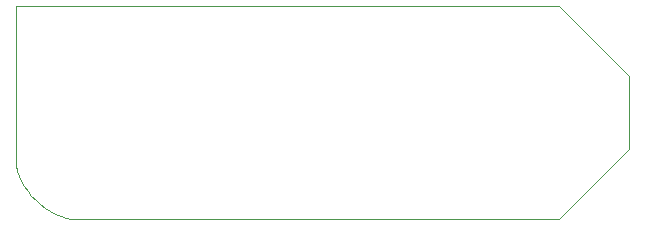
<source format=gbr>
G04 #@! TF.FileFunction,Profile,NP*
%FSLAX46Y46*%
G04 Gerber Fmt 4.6, Leading zero omitted, Abs format (unit mm)*
G04 Created by KiCad (PCBNEW 4.0.7-e2-6376~58~ubuntu14.04.1) date Mon Aug  6 17:59:04 2018*
%MOMM*%
%LPD*%
G01*
G04 APERTURE LIST*
%ADD10C,0.100000*%
G04 APERTURE END LIST*
D10*
X154918624Y-77416261D02*
X155301886Y-77757528D01*
X154563815Y-77046553D02*
X154918624Y-77416261D01*
X154241901Y-76652430D02*
X154563815Y-77046553D01*
X153957330Y-76237906D02*
X154241901Y-76652430D01*
X156577989Y-78570486D02*
X157030652Y-78757797D01*
X156136011Y-78338658D02*
X156577989Y-78570486D01*
X155709164Y-78066332D02*
X156136011Y-78338658D01*
X155301886Y-77757528D02*
X155709164Y-78066332D01*
X205148035Y-73050463D02*
X205148035Y-66929402D01*
X199186090Y-79012408D02*
X205148035Y-73050463D01*
X153250000Y-60967457D02*
X153250000Y-74000000D01*
X153372057Y-74912138D02*
X153517963Y-75363740D01*
X153281256Y-74456219D02*
X153372057Y-74912138D01*
X199186090Y-60967457D02*
X153250000Y-60967457D01*
X158408348Y-79012408D02*
X199186090Y-79012408D01*
X157950273Y-78982774D02*
X158408348Y-79012408D01*
X157489559Y-78896566D02*
X157950273Y-78982774D01*
X157030652Y-78757797D02*
X157489559Y-78896566D01*
X205148035Y-66929402D02*
X199186090Y-60967457D01*
X153714534Y-75807002D02*
X153957330Y-76237906D01*
X153517963Y-75363740D02*
X153714534Y-75807002D01*
X153250000Y-74000000D02*
X153281256Y-74456219D01*
M02*

</source>
